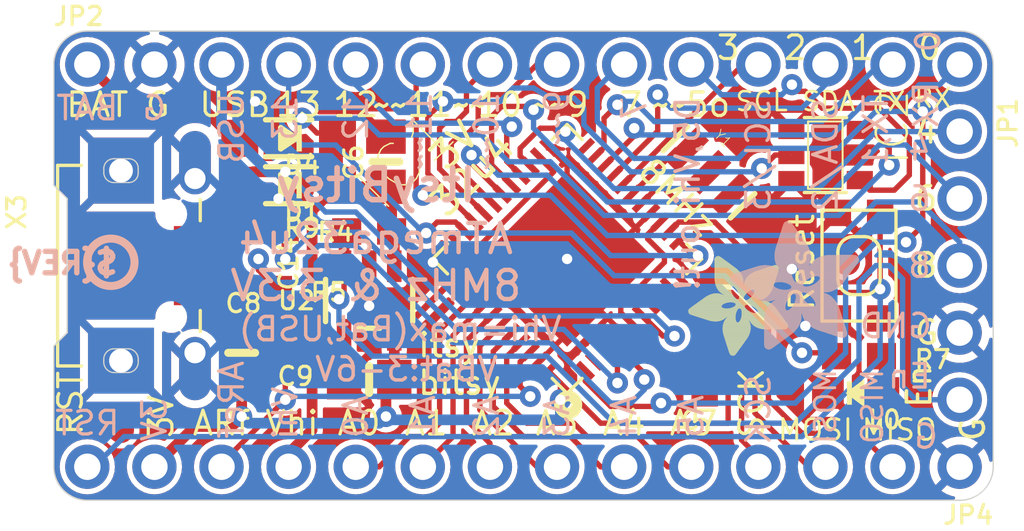
<source format=kicad_pcb>
(kicad_pcb (version 20221018) (generator pcbnew)
  (layers (0 "F.Cu" signal) (31 "B.Cu" signal) (34 "B.Paste" user) (35 "F.Paste" user) (36 "B.SilkS" user "B.Silkscreen") (37 "F.SilkS" user "F.Silkscreen") (38 "B.Mask" user) (39 "F.Mask" user) (44 "Edge.Cuts" user))
  (net 0 "")
  (net 1 "GND")
  (net 2 "D-")
  (net 3 "D+")
  (net 4 "MOSI")
  (net 5 "MISO")
  (net 6 "SCK")
  (net 7 "RST")
  (net 8 "N$11")
  (net 9 "N$12")
  (net 10 "A5")
  (net 11 "A4")
  (net 12 "A3")
  (net 13 "A2")
  (net 14 "A1")
  (net 15 "SDA")
  (net 16 "N$15")
  (net 17 "N$16")
  (net 18 "D1")
  (net 19 "D0")
  (net 20 "+3V3")
  (net 21 "VBUS")
  (net 22 "VBAT")
  (net 23 "N$2")
  (net 24 "AREF")
  (net 25 "A0")
  (net 26 "SCL")
  (net 27 "D4")
  (net 28 "D8")
  (net 29 "D7")
  (net 30 "EN")
  (net 31 "D5")
  (net 32 "D6")
  (net 33 "D10")
  (net 34 "D12")
  (net 35 "D13")
  (net 36 "D11")
  (net 37 "D9")
  (net 38 "VMAX")
  (net 39 "D5_OUT")
  (footprint "working:0805-NO" (layer "F.Cu") (at 143.2941 101.0666 90)
    (fp_text reference "C6")
    (fp_text value "10µF")
  )
  (footprint "working:CHIPLED_0805_NOOUTLINE" (layer "F.Cu") (at 161.0741 109.8296 90)
    (fp_text reference "L0")
    (fp_text value "RED")
  )
  (footprint "working:KMR2" (layer "F.Cu") (at 161.2011 105.0036 -90)
    (fp_text reference "SW1" hide)
    (fp_text value "SPST_TACT-KMR2" hide)
  )
  (footprint "working:1X05_ROUND" (layer "F.Cu") (at 165.0111 105.0036 -90)
    (fp_text reference "JP1")
    (fp_text value "")
  )
  (footprint "working:ADAFRUIT_3.5MM" (layer "F.Cu") (at 158.5341 104.6226 180)
    (fp_text reference "U$7" hide)
    (fp_text value "" hide)
  )
  (footprint "working:SOD-123" (layer "F.Cu") (at 139.6111 100.1776 180)
    (fp_text reference "D4")
    (fp_text value "MBR120")
  )
  (footprint "working:0603-NO" (layer "F.Cu") (at 142.6591 103.7082 180)
    (fp_text reference "R9")
    (fp_text value "100k")
  )
  (footprint "working:0805-NO" (layer "F.Cu") (at 142.6591 109.3216 180)
    (fp_text reference "C9")
    (fp_text value "10uF")
  )
  (footprint "working:1X14_ROUND70" (layer "F.Cu") (at 148.5011 112.6236 180)
    (fp_text reference "JP4")
    (fp_text value "")
  )
  (footprint "working:FIDUCIAL_1MM" (layer "F.Cu") (at 133.2611 111.2266 -90)
    (fp_text reference "U$34" hide)
    (fp_text value "FIDUCIAL\"\"" hide)
  )
  (footprint "working:0805-NO" (layer "F.Cu") (at 137.8331 108.3056 90)
    (fp_text reference "C8")
    (fp_text value "10µF")
  )
  (footprint "working:0603-NO" (layer "F.Cu") (at 139.4841 108.0516 90)
    (fp_text reference "C14")
    (fp_text value "1uF")
  )
  (footprint "working:0603-NO" (layer "F.Cu") (at 161.2011 108.4326)
    (fp_text reference "R7")
    (fp_text value "2.2K")
  )
  (footprint "working:SOT23-5" (layer "F.Cu") (at 159.9311 100.8126 -90)
    (fp_text reference "IC2")
    (fp_text value "74HCT1G125DBV")
  )
  (footprint "working:4UCONN_20329_V2" (layer "F.Cu") (at 135.1661 105.0036 -90)
    (fp_text reference "X3")
    (fp_text value "microUSB")
    (fp_line (start -4.05 2.15) (end -4.05 1.6) (stroke (width 0.05)) (layer "Edge.Cuts"))
    (fp_line (start -3.7 1.25) (end -3.5 1.25) (stroke (width 0.05)) (layer "Edge.Cuts"))
    (fp_line (start -3.5 2.55) (end -3.7 2.55) (stroke (width 0.05)) (layer "Edge.Cuts"))
    (fp_line (start -3.15 1.6) (end -3.15 2.15) (stroke (width 0.05)) (layer "Edge.Cuts"))
    (fp_line (start 3.15 2.2) (end 3.15 1.6) (stroke (width 0.05)) (layer "Edge.Cuts"))
    (fp_line (start 4.05 1.6) (end 4.05 2.2) (stroke (width 0.05)) (layer "Edge.Cuts"))
    (fp_arc (start -4.05 1.6) (mid -3.947487 1.352513) (end -3.7 1.25) (stroke (width 0.05)) (layer "Edge.Cuts"))
    (fp_arc (start -3.7 2.55) (mid -3.957843 2.422487) (end -4.05 2.15) (stroke (width 0.05)) (layer "Edge.Cuts"))
    (fp_arc (start -3.5 1.25) (mid -3.252513 1.352513) (end -3.15 1.6) (stroke (width 0.05)) (layer "Edge.Cuts"))
    (fp_arc (start -3.15 2.15) (mid -3.242157 2.422487) (end -3.5 2.55) (stroke (width 0.05)) (layer "Edge.Cuts"))
    (fp_arc (start 3.15 1.6) (mid 3.302513 1.331802) (end 3.6 1.25) (stroke (width 0.05)) (layer "Edge.Cuts"))
    (fp_arc (start 3.6 1.25) (mid 3.897487 1.331802) (end 4.05 1.6) (stroke (width 0.05)) (layer "Edge.Cuts"))
    (fp_arc (start 3.6 2.55) (mid 3.302513 2.468198) (end 3.15 2.2) (stroke (width 0.05)) (layer "Edge.Cuts"))
    (fp_arc (start 4.05 2.2) (mid 3.897487 2.468198) (end 3.6 2.55) (stroke (width 0.05)) (layer "Edge.Cuts"))
  )
  (footprint "working:RESONATOR-SMD" (layer "F.Cu") (at 155.523296 101.46301 -45)
    (fp_text reference "Y1")
    (fp_text value "8MHz")
  )
  (footprint "working:TQFN44_7MM" (layer "F.Cu") (at 150.1521 104.7496 45)
    (fp_text reference "IC1")
    (fp_text value "ATMEGA32U4-MU")
  )
  (footprint "working:0603-NO" (layer "F.Cu") (at 155.3591 108.9406 -90)
    (fp_text reference "C7")
    (fp_text value "1uF")
  )
  (footprint "working:0603-NO" (layer "F.Cu") (at 138.5951 103.6066)
    (fp_text reference "R4")
    (fp_text value "22")
  )
  (footprint "working:1X14_ROUND70" (layer "F.Cu") (at 148.5011 97.3836)
    (fp_text reference "JP2")
    (fp_text value "")
  )
  (footprint "working:SOD-123" (layer "F.Cu") (at 139.6111 101.9556 180)
    (fp_text reference "D1")
    (fp_text value "MBR120")
  )
  (footprint "working:SOT23-5" (layer "F.Cu") (at 142.6591 106.3244 180)
    (fp_text reference "U2")
    (fp_text value "MIC5225-3.3")
  )
  (footprint "working:FIDUCIAL_1MM" (layer "F.Cu") (at 160.7403 104.8696 -90)
    (fp_text reference "U$35" hide)
    (fp_text value "FIDUCIAL\"\"" hide)
  )
  (footprint "working:0603-NO" (layer "F.Cu") (at 138.3411 105.8926)
    (fp_text reference "R5")
    (fp_text value "22")
  )
  (footprint "working:ADAFRUIT_5MM" (layer "B.Cu") (at 161.2011 108.1786 180)
    (fp_text reference "U$4" hide)
    (fp_text value "" hide)
  )
  (footprint "working:PCBFEAT-REV-040" (layer "B.Cu") (at 132.8801 104.8766 180)
    (fp_text reference "U$2" hide)
    (fp_text value "" hide)
  )
  (gr_line (start 130.7211 101.9556) (end 131.2291 102.4636) (stroke (width 0.05)) (layer "Edge.Cuts"))
  (gr_line (start 130.7211 97.3836) (end 130.7211 101.9556) (stroke (width 0.05)) (layer "Edge.Cuts"))
  (gr_line (start 131.2291 102.4636) (end 131.2291 107.5436) (stroke (width 0.05)) (layer "Edge.Cuts"))
  (gr_arc (start 130.7211 97.3836) (mid 131.093074 96.485574) (end 131.9911 96.1136) (stroke (width 0.05)) (layer "Edge.Cuts"))
  (gr_line (start 131.9911 113.8936) (end 165.0111 113.8936) (stroke (width 0.05)) (layer "Edge.Cuts"))
  (gr_line (start 130.7211 108.0516) (end 130.7211 112.6236) (stroke (width 0.05)) (layer "Edge.Cuts"))
  (gr_line (start 131.2291 107.5436) (end 130.7211 108.0516) (stroke (width 0.05)) (layer "Edge.Cuts"))
  (gr_arc (start 166.2811 112.6236) (mid 165.909126 113.521626) (end 165.0111 113.8936) (stroke (width 0.05)) (layer "Edge.Cuts"))
  (gr_arc (start 165.0111 96.1136) (mid 165.909126 96.485574) (end 166.2811 97.3836) (stroke (width 0.05)) (layer "Edge.Cuts"))
  (gr_line (start 166.2811 112.6236) (end 166.2811 97.3836) (stroke (width 0.05)) (layer "Edge.Cuts"))
  (gr_arc (start 131.9911 113.8936) (mid 131.093074 113.521626) (end 130.7211 112.6236) (stroke (width 0.05)) (layer "Edge.Cuts"))
  (gr_line (start 165.0111 96.1136) (end 131.9911 96.1136) (stroke (width 0.05)) (layer "Edge.Cuts"))
  (gr_text "11~~" (at 144.5641 99.9236 -270) (layer "B.SilkS") (effects (font (size 0.89408 0.89408) (thickness 0.12192)) (justify mirror)))
  (gr_text "ATmega32u4\n8MHz & 3.3V" (at 142.9131 104.8766) (layer "B.SilkS") (effects (font (size 1.1049 1.1049) (thickness 0.1651)) (justify mirror)))
  (gr_text "SDA/2" (at 159.9311 100.8126 -270) (layer "B.SilkS") (effects (font (size 0.89408 0.89408) (thickness 0.12192)) (justify mirror)))
  (gr_text "SCL/3" (at 157.3911 100.8126 -270) (layer "B.SilkS") (effects (font (size 0.89408 0.89408) (thickness 0.12192)) (justify mirror)))
  (gr_text "A0" (at 142.1511 110.7186 -270) (layer "B.SilkS") (effects (font (size 0.89408 0.89408) (thickness 0.12192)) (justify mirror)))
  (gr_text "MOSI" (at 159.9311 110.3376 -270) (layer "B.SilkS") (effects (font (size 0.78232 0.78232) (thickness 0.10668)) (justify mirror)))
  (gr_text "TX,1" (at 161.8361 99.9236 -270) (layer "B.SilkS") (effects (font (size 0.89408 0.89408) (thickness 0.12192)) (justify mirror)))
  (gr_text "4" (at 163.4871 100.5586) (layer "B.SilkS") (effects (font (size 0.89408 0.89408) (thickness 0.12192)) (justify mirror)))
  (gr_text "ItsyBitsy" (at 142.9131 101.9556) (layer "B.SilkS") (effects (font (size 1.20904 1.20904) (thickness 0.21336)) (justify mirror)))
  (gr_text "A3" (at 149.7711 110.7186 -270) (layer "B.SilkS") (effects (font (size 0.89408 0.89408) (thickness 0.12192)) (justify mirror)))
  (gr_text "7" (at 152.6921 99.0346 -270) (layer "B.SilkS") (effects (font (size 0.89408 0.89408) (thickness 0.12192)) (justify mirror)))
  (gr_text "SCK" (at 157.3911 110.4646 -270) (layer "B.SilkS") (effects (font (size 0.89408 0.89408) (thickness 0.12192)) (justify mirror)))
  (gr_text "0" (at 163.7411 96.4946 -90) (layer "B.SilkS") (effects (font (size 0.89408 0.89408) (thickness 0.12192)) (justify mirror)))
  (gr_text "12" (at 142.1511 99.4156 -270) (layer "B.SilkS") (effects (font (size 0.89408 0.89408) (thickness 0.12192)) (justify mirror)))
  (gr_text "Vhi=max(Bat,USB)" (at 150.0251 107.9246) (layer "B.SilkS") (effects (font (size 0.88392 0.88392) (thickness 0.13208)) (justify left bottom mirror)))
  (gr_text "A4" (at 152.3111 110.7186 -270) (layer "B.SilkS") (effects (font (size 0.89408 0.89408) (thickness 0.12192)) (justify mirror)))
  (gr_text "A5" (at 154.8511 110.7186 -270) (layer "B.SilkS") (effects (font (size 0.89408 0.89408) (thickness 0.12192)) (justify mirror)))
  (gr_text "Vhi" (at 139.4841 110.5916 -270) (layer "B.SilkS") (effects (font (size 0.89408 0.89408) (thickness 0.12192)) (justify mirror)))
  (gr_text "G" (at 163.7411 111.4806) (layer "B.SilkS") (effects (font (size 0.89408 0.89408) (thickness 0.12192)) (justify mirror)))
  (gr_text "10~~" (at 147.1041 99.9236 -270) (layer "B.SilkS") (effects (font (size 0.89408 0.89408) (thickness 0.12192)) (justify mirror)))
  (gr_text "A2" (at 147.1041 110.7186 -270) (layer "B.SilkS") (effects (font (size 0.89408 0.89408) (thickness 0.12192)) (justify mirror)))
  (gr_text "6" (at 163.4871 102.4636) (layer "B.SilkS") (effects (font (size 0.89408 0.89408) (thickness 0.12192)) (justify mirror)))
  (gr_text "MISO" (at 161.7091 110.3376 -270) (layer "B.SilkS") (effects (font (size 0.78232 0.78232) (thickness 0.10668)) (justify mirror)))
  (gr_text "13" (at 139.4841 99.4156 -270) (layer "B.SilkS") (effects (font (size 0.89408 0.89408) (thickness 0.12192)) (justify mirror)))
  (gr_text "USB" (at 137.4521 99.7966 -270) (layer "B.SilkS") (effects (font (size 0.89408 0.89408) (thickness 0.12192)) (justify mirror)))
  (gr_text "RX" (at 163.7411 98.9076 -270) (layer "B.SilkS") (effects (font (size 0.89408 0.89408) (thickness 0.12192)) (justify mirror)))
  (gr_text "3V" (at 134.5311 110.8456 -270) (layer "B.SilkS") (effects (font (size 0.89408 0.89408) (thickness 0.12192)) (justify mirror)))
  (gr_text "A1" (at 144.6911 110.7186 -270) (layer "B.SilkS") (effects (font (size 0.89408 0.89408) (thickness 0.12192)) (justify mirror)))
  (gr_text "GND" (at 162.5981 107.2896) (layer "B.SilkS") (effects (font (size 0.89408 0.89408) (thickness 0.12192)) (justify mirror)))
  (gr_text "9~~" (at 149.7711 99.4156 -270) (layer "B.SilkS") (effects (font (size 0.89408 0.89408) (thickness 0.12192)) (justify mirror)))
  (gr_text "VBat:3-6V" (at 147.6121 109.4486) (layer "B.SilkS") (effects (font (size 0.88392 0.88392) (thickness 0.13208)) (justify left bottom mirror)))
  (gr_text "RST" (at 131.9911 110.9726) (layer "B.SilkS") (effects (font (size 0.89408 0.89408) (thickness 0.12192)) (justify mirror)))
  (gr_text "G" (at 134.5311 99.0346) (layer "B.SilkS") (effects (font (size 0.89408 0.89408) (thickness 0.12192)) (justify mirror)))
  (gr_text "D5,Vhi out!" (at 155.2321 98.5266 -270) (layer "B.SilkS") (effects (font (size 0.88392 0.88392) (thickness 0.13208)) (justify left bottom mirror)))
  (gr_text "8" (at 163.4871 105.0036) (layer "B.SilkS") (effects (font (size 0.89408 0.89408) (thickness 0.12192)) (justify mirror)))
  (gr_text "ARef" (at 137.4521 110.0836 -270) (layer "B.SilkS") (effects (font (size 0.89408 0.89408) (thickness 0.12192)) (justify mirror)))
  (gr_text "BAT" (at 131.9911 99.0346) (layer "B.SilkS") (effects (font (size 0.89408 0.89408) (thickness 0.12192)) (justify mirror)))
  (gr_text "En" (at 163.1061 109.1946) (layer "B.SilkS") (effects (font (size 0.89408 0.89408) (thickness 0.12192)) (justify mirror)))
  (gr_text "A2" (at 147.3581 110.9726) (layer "F.SilkS") (effects (font (size 0.89408 0.89408) (thickness 0.12192))))
  (gr_text "10" (at 147.6121 98.9076) (layer "F.SilkS") (effects (font (size 0.89408 0.89408) (thickness 0.12192))))
  (gr_text "3" (at 156.2481 96.7486) (layer "F.SilkS") (effects (font (size 0.89408 0.89408) (thickness 0.12192))))
  (gr_text "Vhi" (at 139.7381 110.9726) (layer "F.SilkS") (effects (font (size 0.89408 0.89408) (thickness 0.12192))))
  (gr_text "MISO" (at 162.7251 111.2266) (layer "F.SilkS") (effects (font (size 0.78232 0.78232) (thickness 0.10668))))
  (gr_text "itsy\nbitsy" (at 144.4371 109.9566) (layer "F.SilkS") (effects (font (size 0.88392 0.88392) (thickness 0.13208)) (justify left bottom)))
  (gr_text "G" (at 166.0271 111.7346 90) (layer "F.SilkS") (effects (font (size 0.88392 0.88392) (thickness 0.13208)) (justify left bottom)))
  (gr_text "A4" (at 152.3111 110.9726) (layer "F.SilkS") (effects (font (size 0.89408 0.89408) (thickness 0.12192))))
  (gr_text "SCL" (at 157.5181 98.7806) (layer "F.SilkS") (effects (font (size 0.715264 0.715264) (thickness 0.097536))))
  (gr_text "A5" (at 154.8511 110.9726) (layer "F.SilkS") (effects (font (size 0.89408 0.89408) (thickness 0.12192))))
  (gr_text "~~11" (at 144.3101 98.9076) (layer "F.SilkS") (effects (font (size 0.89408 0.89408) (thickness 0.12192))))
  (gr_text "3V" (at 134.7851 110.7186 90) (layer "F.SilkS") (effects (font (size 0.89408 0.89408) (thickness 0.12192))))
  (gr_text "8MHz" (at 155.9941 103.3526 315) (layer "F.SilkS") (effects (font (size 0.88392 0.88392) (thickness 0.13208)) (justify right top)))
  (gr_text "G" (at 163.2331 108.0516) (layer "F.SilkS") (effects (font (size 0.88392 0.88392) (thickness 0.13208)) (justify left bottom)))
  (gr_text "2" (at 158.7881 96.7486) (layer "F.SilkS") (effects (font (size 0.89408 0.89408) (thickness 0.12192))))
  (gr_text "12" (at 142.1511 98.9076) (layer "F.SilkS") (effects (font (size 0.89408 0.89408) (thickness 0.12192))))
  (gr_text "~~9" (at 149.8981 98.9076) (layer "F.SilkS") (effects (font (size 0.89408 0.89408) (thickness 0.12192))))
  (gr_text "6" (at 163.2331 102.9716) (layer "F.SilkS") (effects (font (size 0.88392 0.88392) (thickness 0.13208)) (justify left bottom)))
  (gr_text "TX" (at 162.3441 98.7806) (layer "F.SilkS") (effects (font (size 0.715264 0.715264) (thickness 0.097536))))
  (gr_text "13" (at 139.9921 98.9076) (layer "F.SilkS") (effects (font (size 0.89408 0.89408) (thickness 0.12192))))
  (gr_text "A0" (at 142.2781 110.9726) (layer "F.SilkS") (effects (font (size 0.89408 0.89408) (thickness 0.12192))))
  (gr_text "Reset" (at 159.0421 104.8766 90) (layer "F.SilkS") (effects (font (size 0.89408 0.89408) (thickness 0.12192))))
  (gr_text "0" (at 163.8681 96.7486) (layer "F.SilkS") (effects (font (size 0.89408 0.89408) (thickness 0.12192))))
  (gr_text "ARf" (at 137.0711 110.9726) (layer "F.SilkS") (effects (font (size 0.89408 0.89408) (thickness 0.12192))))
  (gr_text "~~5o" (at 154.8511 98.9076) (layer "F.SilkS") (effects (font (size 0.89408 0.89408) (thickness 0.12192))))
  (gr_text "~~" (at 146.4691 98.9076) (layer "F.SilkS") (effects (font (size 0.89408 0.89408) (thickness 0.12192))))
  (gr_text "4" (at 163.2331 100.4316) (layer "F.SilkS") (effects (font (size 0.88392 0.88392) (thickness 0.13208)) (justify left bottom)))
  (gr_text "3V" (at 145.5801 101.5746 45) (layer "F.SilkS") (effects (font (size 0.99441 0.99441) (thickness 0.14859)) (justify left bottom)))
  (gr_text "MOSI" (at 159.5501 111.2266) (layer "F.SilkS") (effects (font (size 0.78232 0.78232) (thickness 0.10668))))
  (gr_text "A1" (at 144.8181 110.9726) (layer "F.SilkS") (effects (font (size 0.89408 0.89408) (thickness 0.12192))))
  (gr_text "SCK" (at 157.1371 110.2106 90) (layer "F.SilkS") (effects (font (size 0.89408 0.89408) (thickness 0.12192))))
  (gr_text "32u4" (at 145.5801 103.3526 45) (layer "F.SilkS") (effects (font (size 0.99441 0.99441) (thickness 0.14859)) (justify left bottom)))
  (gr_text "En" (at 163.9951 110.4646 90) (layer "F.SilkS") (effects (font (size 0.88392 0.88392) (thickness 0.13208)) (justify left bottom)))
  (gr_text "1" (at 161.3281 96.7486) (layer "F.SilkS") (effects (font (size 0.89408 0.89408) (thickness 0.12192))))
  (gr_text "RST" (at 131.3561 110.2106 90) (layer "F.SilkS") (effects (font (size 0.89408 0.89408) (thickness 0.12192))))
  (gr_text "USB" (at 137.5791 98.9076) (layer "F.SilkS") (effects (font (size 0.89408 0.89408) (thickness 0.12192))))
  (gr_text "A3" (at 149.7711 110.9726) (layer "F.SilkS") (effects (font (size 0.89408 0.89408) (thickness 0.12192))))
  (gr_text "RX" (at 163.9951 98.6536) (layer "F.SilkS") (effects (font (size 0.715264 0.715264) (thickness 0.097536))))
  (gr_text "7" (at 152.5651 98.9076) (layer "F.SilkS") (effects (font (size 0.89408 0.89408) (thickness 0.12192))))
  (gr_text "G" (at 134.6581 98.9076) (layer "F.SilkS") (effects (font (size 0.89408 0.89408) (thickness 0.12192))))
  (gr_text "SDA" (at 160.0581 98.7806) (layer "F.SilkS") (effects (font (size 0.715264 0.715264) (thickness 0.097536))))
  (gr_text "BAT" (at 132.3721 98.9076) (layer "F.SilkS") (effects (font (size 0.89408 0.89408) (thickness 0.12192))))
  (gr_text "8" (at 163.2331 105.5116) (layer "F.SilkS") (effects (font (size 0.88392 0.88392) (thickness 0.13208)) (justify left bottom)))
  (segment (start 153.3164 102.999513) (end 151.566312 104.7496) (width 0.2032) (layer "F.Cu") (net 1))
  (segment (start 152.25574 107.56035) (end 150.1521 105.45671) (width 0.2032) (layer "F.Cu") (net 1))
  (segment (start 150.1521 105.45671) (end 150.1521 104.7496) (width 0.2032) (layer "F.Cu") (net 1))
  (segment (start 149.462668 100.524638) (end 150.1521 101.214069) (width 0.2032) (layer "F.Cu") (net 1))
  (segment (start 149.109115 108.621013) (end 150.1521 107.578029) (width 0.2032) (layer "F.Cu") (net 1))
  (segment (start 150.1521 107.578029) (end 150.1521 105.45671) (width 0.2032) (layer "F.Cu") (net 1))
  (segment (start 150.1521 101.214069) (end 150.1521 104.7496) (width 0.2032) (layer "F.Cu") (net 1))
  (segment (start 147.323671 104.7496) (end 150.1521 104.7496) (width 0.2032) (layer "F.Cu") (net 1))
  (segment (start 151.566312 104.7496) (end 150.1521 104.7496) (width 0.2032) (layer "F.Cu") (net 1))
  (segment (start 146.280687 105.792585) (end 147.323671 104.7496) (width 0.2032) (layer "F.Cu") (net 1))
  (via (at 142.6591 106.5276) (size 0.8001) (drill 0.3937) (layers "F.Cu" "B.Cu") (net 1))
  (via (at 145.0721 104.8766) (size 0.8001) (drill 0.3937) (layers "F.Cu" "B.Cu") (net 1))
  (via (at 139.2301 102.4636) (size 0.8001) (drill 0.3937) (layers "F.Cu" "B.Cu") (net 1))
  (via (at 159.1691 107.2896) (size 0.8001) (drill 0.3937) (layers "F.Cu" "B.Cu") (net 1))
  (via (at 158.6611 105.1306) (size 0.8001) (drill 0.3937) (layers "F.Cu" "B.Cu") (net 1))
  (via (at 150.1521 104.7496) (size 0.8001) (drill 0.3937) (layers "F.Cu" "B.Cu") (net 1))
  (via (at 138.3411 98.7806) (size 0.8001) (drill 0.3937) (layers "F.Cu" "B.Cu") (net 1))
  (segment (start 139.4451 103.6066) (end 139.4451 104.7106) (width 0.2032) (layer "F.Cu") (net 2))
  (segment (start 152.0571 109.4486) (end 152.0571 108.775922) (width 0.2032) (layer "F.Cu") (net 2))
  (segment (start 152.0571 108.775922) (end 151.548634 108.267457) (width 0.2032) (layer "F.Cu") (net 2))
  (segment (start 139.4451 104.7106) (end 139.4841 104.7496) (width 0.2032) (layer "F.Cu") (net 2))
  (via (at 139.4841 104.7496) (size 0.8001) (drill 0.3937) (layers "F.Cu" "B.Cu") (net 2))
  (via (at 152.0571 109.4486) (size 0.8001) (drill 0.3937) (layers "F.Cu" "B.Cu") (net 2))
  (segment (start 142.2781 103.7336) (end 145.9611 107.4166) (width 0.2032) (layer "B.Cu") (net 2))
  (segment (start 140.5001 103.7336) (end 142.2781 103.7336) (width 0.2032) (layer "B.Cu") (net 2))
  (segment (start 139.4841 104.7496) (end 140.5001 103.7336) (width 0.2032) (layer "B.Cu") (net 2))
  (segment (start 150.0251 107.4166) (end 152.0571 109.4486) (width 0.2032) (layer "B.Cu") (net 2))
  (segment (start 145.9611 107.4166) (end 150.0251 107.4166) (width 0.2032) (layer "B.Cu") (net 2))
  (segment (start 151.902187 107.913904) (end 153.0731 109.084816) (width 0.2032) (layer "F.Cu") (net 3))
  (segment (start 138.4681 104.7496) (end 138.4681 105.1696) (width 0.2032) (layer "F.Cu") (net 3))
  (segment (start 153.0731 109.084816) (end 153.0731 109.3216) (width 0.2032) (layer "F.Cu") (net 3))
  (segment (start 138.4681 105.1696) (end 139.1911 105.8926) (width 0.2032) (layer "F.Cu") (net 3))
  (via (at 138.4681 104.7496) (size 0.8001) (drill 0.3937) (layers "F.Cu" "B.Cu") (net 3))
  (via (at 153.0731 109.3216) (size 0.8001) (drill 0.3937) (layers "F.Cu" "B.Cu") (net 3))
  (segment (start 140.7541 104.2416) (end 142.1511 104.2416) (width 0.2032) (layer "B.Cu") (net 3))
  (segment (start 153.0731 109.7026) (end 153.0731 109.3216) (width 0.2032) (layer "B.Cu") (net 3))
  (segment (start 149.5171 107.9246) (end 151.8031 110.2106) (width 0.2032) (layer "B.Cu") (net 3))
  (segment (start 138.4681 104.8766) (end 138.4681 104.7496) (width 0.2032) (layer "B.Cu") (net 3))
  (segment (start 152.5651 110.2106) (end 153.0731 109.7026) (width 0.2032) (layer "B.Cu") (net 3))
  (segment (start 145.8341 107.9246) (end 149.5171 107.9246) (width 0.2032) (layer "B.Cu") (net 3))
  (segment (start 139.2301 105.6386) (end 139.9921 105.6386) (width 0.2032) (layer "B.Cu") (net 3))
  (segment (start 140.2461 105.3846) (end 140.2461 104.7496) (width 0.2032) (layer "B.Cu") (net 3))
  (segment (start 151.8031 110.2106) (end 152.5651 110.2106) (width 0.2032) (layer "B.Cu") (net 3))
  (segment (start 142.1511 104.2416) (end 145.8341 107.9246) (width 0.2032) (layer "B.Cu") (net 3))
  (segment (start 139.9921 105.6386) (end 140.2461 105.3846) (width 0.2032) (layer "B.Cu") (net 3))
  (segment (start 140.2461 104.7496) (end 140.7541 104.2416) (width 0.2032) (layer "B.Cu") (net 3))
  (segment (start 139.2301 105.6386) (end 138.4681 104.8766) (width 0.2032) (layer "B.Cu") (net 3))
  (segment (start 156.1211 106.5276) (end 157.2641 107.6706) (width 0.2032) (layer "F.Cu") (net 4))
  (segment (start 157.2641 110.5916) (end 159.2961 112.6236) (width 0.2032) (layer "F.Cu") (net 4))
  (segment (start 157.2641 107.6706) (end 157.2641 110.5916) (width 0.2032) (layer "F.Cu") (net 4))
  (segment (start 154.758525 106.5276) (end 156.1211 106.5276) (width 0.2032) (layer "F.Cu") (net 4))
  (segment (start 159.2961 112.6236) (end 159.9311 112.6236) (width 0.2032) (layer "F.Cu") (net 4))
  (segment (start 154.023509 105.792585) (end 154.758525 106.5276) (width 0.2032) (layer "F.Cu") (net 4))
  (segment (start 157.7721 110.0836) (end 159.0421 111.3536) (width 0.2032) (layer "F.Cu") (net 5))
  (segment (start 157.7721 107.4166) (end 157.7721 110.0836) (width 0.2032) (layer "F.Cu") (net 5))
  (segment (start 159.0421 111.3536) (end 161.2011 111.3536) (width 0.2032) (layer "F.Cu") (net 5))
  (segment (start 154.377062 105.439032) (end 154.957631 106.0196) (width 0.2032) (layer "F.Cu") (net 5))
  (segment (start 154.957631 106.0196) (end 156.3751 106.0196) (width 0.2032) (layer "F.Cu") (net 5))
  (segment (start 161.2011 111.3536) (end 162.4711 112.6236) (width 0.2032) (layer "F.Cu") (net 5))
  (segment (start 156.3751 106.0196) (end 157.7721 107.4166) (width 0.2032) (layer "F.Cu") (net 5))
  (segment (start 155.8671 107.0356) (end 156.7561 107.9246) (width 0.2032) (layer "F.Cu") (net 6))
  (segment (start 153.669953 106.146138) (end 154.559415 107.0356) (width 0.2032) (layer "F.Cu") (net 6))
  (segment (start 157.3911 112.2426) (end 157.3911 112.6236) (width 0.2032) (layer "F.Cu") (net 6))
  (segment (start 154.559415 107.0356) (end 155.8671 107.0356) (width 0.2032) (layer "F.Cu") (net 6))
  (segment (start 156.7561 107.9246) (end 156.7561 111.6076) (width 0.2032) (layer "F.Cu") (net 6))
  (segment (start 156.7561 111.6076) (end 157.3911 112.2426) (width 0.2032) (layer "F.Cu") (net 6))
  (segment (start 162.0011 105.9816) (end 162.0011 105.8926) (width 0.2032) (layer "F.Cu") (net 7))
  (segment (start 161.9631 106.0196) (end 162.0011 105.9816) (width 0.2032) (layer "F.Cu") (net 7))
  (segment (start 162.0011 107.0036) (end 162.0011 105.8926) (width 0.2032) (layer "F.Cu") (net 7))
  (segment (start 158.4071 106.0196) (end 161.9631 106.0196) (width 0.2032) (layer "F.Cu") (net 7))
  (segment (start 162.0011 103.0036) (end 162.0011 105.8926) (width 0.2032) (layer "F.Cu") (net 7))
  (segment (start 155.7401 103.3526) (end 158.4071 106.0196) (width 0.2032) (layer "F.Cu") (net 7))
  (segment (start 162.0011 107.2516) (end 162.0011 107.0036) (width 0.2032) (layer "F.Cu") (net 7))
  (segment (start 154.377528 103.3526) (end 155.7401 103.3526) (width 0.2032) (layer "F.Cu") (net 7))
  (segment (start 154.023509 103.706619) (end 154.377528 103.3526) (width 0.2032) (layer "F.Cu") (net 7))
  (via (at 162.0011 105.8926) (size 0.8001) (drill 0.3937) (layers "F.Cu" "B.Cu") (net 7))
  (segment (start 131.9911 112.6236) (end 132.2451 112.6236) (width 0.2032) (layer "B.Cu") (net 7))
  (segment (start 159.0421 111.4806) (end 162.0011 108.5216) (width 0.2032) (layer "B.Cu") (net 7))
  (segment (start 132.2451 112.6236) (end 133.3881 111.4806) (width 0.2032) (layer "B.Cu") (net 7))
  (segment (start 162.0011 108.5216) (end 162.0011 105.8926) (width 0.2032) (layer "B.Cu") (net 7))
  (segment (start 133.3881 111.4806) (end 159.0421 111.4806) (width 0.2032) (layer "B.Cu") (net 7))
  (segment (start 154.4701 102.7176) (end 155.8671 102.7176) (width 0.2032) (layer "F.Cu") (net 8))
  (segment (start 152.962846 102.64596) (end 153.526206 102.0826) (width 0.2032) (layer "F.Cu") (net 8))
  (segment (start 153.526206 102.0826) (end 153.8351 102.0826) (width 0.2032) (layer "F.Cu") (net 8))
  (segment (start 153.8351 102.0826) (end 154.4701 102.7176) (width 0.2032) (layer "F.Cu") (net 8))
  (segment (start 156.273159 102.311541) (end 156.371825 102.311541) (width 0.2032) (layer "F.Cu") (net 8))
  (segment (start 155.8671 102.7176) (end 156.273159 102.311541) (width 0.2032) (layer "F.Cu") (net 8))
  (segment (start 152.609293 102.292407) (end 154.287218 100.614482) (width 0.2032) (layer "F.Cu") (net 9))
  (segment (start 154.287218 100.614482) (end 154.674765 100.614482) (width 0.2032) (layer "F.Cu") (net 9))
  (segment (start 153.9621 112.6236) (end 154.8511 112.6236) (width 0.2032) (layer "F.Cu") (net 10))
  (segment (start 147.8661 110.2106) (end 148.6281 110.9726) (width 0.2032) (layer "F.Cu") (net 10))
  (segment (start 147.8661 108.449813) (end 147.8661 110.2106) (width 0.2032) (layer "F.Cu") (net 10))
  (segment (start 148.6281 110.9726) (end 150.4061 110.9726) (width 0.2032) (layer "F.Cu") (net 10))
  (segment (start 150.4061 110.9726) (end 150.9141 111.4806) (width 0.2032) (layer "F.Cu") (net 10))
  (segment (start 152.8191 111.4806) (end 153.9621 112.6236) (width 0.2032) (layer "F.Cu") (net 10))
  (segment (start 150.9141 111.4806) (end 152.8191 111.4806) (width 0.2032) (layer "F.Cu") (net 10))
  (segment (start 148.402009 107.913904) (end 147.8661 108.449813) (width 0.2032) (layer "F.Cu") (net 10))
  (segment (start 150.2791 111.4806) (end 151.4221 112.6236) (width 0.2032) (layer "F.Cu") (net 11))
  (segment (start 147.3581 110.3376) (end 148.5011 111.4806) (width 0.2032) (layer "F.Cu") (net 11))
  (segment (start 147.3581 108.250707) (end 147.3581 110.3376) (width 0.2032) (layer "F.Cu") (net 11))
  (segment (start 151.4221 112.6236) (end 152.3111 112.6236) (width 0.2032) (layer "F.Cu") (net 11))
  (segment (start 148.048456 107.56035) (end 147.3581 108.250707) (width 0.2032) (layer "F.Cu") (net 11))
  (segment (start 148.5011 111.4806) (end 150.2791 111.4806) (width 0.2032) (layer "F.Cu") (net 11))
  (segment (start 146.8501 110.4646) (end 149.0091 112.6236) (width 0.2032) (layer "F.Cu") (net 12))
  (segment (start 147.694903 107.206797) (end 146.8501 108.0516) (width 0.2032) (layer "F.Cu") (net 12))
  (segment (start 146.8501 108.0516) (end 146.8501 110.4646) (width 0.2032) (layer "F.Cu") (net 12))
  (segment (start 149.0091 112.6236) (end 149.7711 112.6236) (width 0.2032) (layer "F.Cu") (net 12))
  (segment (start 147.2311 111.7346) (end 147.2311 112.6236) (width 0.2032) (layer "F.Cu") (net 13))
  (segment (start 147.34135 106.853244) (end 146.3421 107.852494) (width 0.2032) (layer "F.Cu") (net 13))
  (segment (start 146.3421 110.8456) (end 147.2311 111.7346) (width 0.2032) (layer "F.Cu") (net 13))
  (segment (start 146.3421 107.852494) (end 146.3421 110.8456) (width 0.2032) (layer "F.Cu") (net 13))
  (segment (start 145.8341 107.653388) (end 145.8341 111.4806) (width 0.2032) (layer "F.Cu") (net 14))
  (segment (start 146.987796 106.499691) (end 145.8341 107.653388) (width 0.2032) (layer "F.Cu") (net 14))
  (segment (start 145.8341 111.4806) (end 144.6911 112.6236) (width 0.2032) (layer "F.Cu") (net 14))
  (segment (start 151.902187 101.5853) (end 153.5811 99.906388) (width 0.2032) (layer "F.Cu") (net 15))
  (segment (start 153.5811 99.906388) (end 153.5811 98.5266) (width 0.2032) (layer "F.Cu") (net 15))
  (via (at 153.5811 98.5266) (size 0.8001) (drill 0.3937) (layers "F.Cu" "B.Cu") (net 15))
  (segment (start 159.0421 99.0346) (end 159.9311 98.1456) (width 0.2032) (layer "B.Cu") (net 15))
  (segment (start 159.9311 98.1456) (end 159.9311 97.3836) (width 0.2032) (layer "B.Cu") (net 15))
  (segment (start 154.0891 99.0346) (end 159.0421 99.0346) (width 0.2032) (layer "B.Cu") (net 15))
  (segment (start 154.0891 99.0346) (end 153.5811 98.5266) (width 0.2032) (layer "B.Cu") (net 15))
  (segment (start 135.9411 105.0036) (end 136.8171 105.0036) (width 0.2032) (layer "F.Cu") (net 16))
  (segment (start 136.8171 105.0036) (end 137.4911 105.6776) (width 0.2032) (layer "F.Cu") (net 16))
  (segment (start 137.4911 105.6776) (end 137.4911 105.8926) (width 0.2032) (layer "F.Cu") (net 16))
  (segment (start 136.9981 104.3536) (end 137.7451 103.6066) (width 0.2032) (layer "F.Cu") (net 17))
  (segment (start 135.9411 104.3536) (end 136.9981 104.3536) (width 0.2032) (layer "F.Cu") (net 17))
  (segment (start 151.5491 99.4156) (end 152.0571 98.9076) (width 0.2032) (layer "F.Cu") (net 18))
  (segment (start 151.195081 100.878191) (end 151.5491 100.524172) (width 0.2032) (layer "F.Cu") (net 18))
  (segment (start 151.5491 100.524172) (end 151.5491 99.4156) (width 0.2032) (layer "F.Cu") (net 18))
  (via (at 152.0571 98.9076) (size 0.8001) (drill 0.3937) (layers "F.Cu" "B.Cu") (net 18))
  (segment (start 152.0571 98.9076) (end 152.0571 98.7806) (width 0.2032) (layer "B.Cu") (net 18))
  (segment (start 151.9301 98.7806) (end 152.0571 98.7806) (width 0.2032) (layer "B.Cu") (net 18))
  (segment (start 153.4541 99.5426) (end 159.8041 99.5426) (width 0.2032) (layer "B.Cu") (net 18))
  (segment (start 152.0571 98.7806) (end 152.6921 98.7806) (width 0.2032) (layer "B.Cu") (net 18))
  (segment (start 152.6921 98.7806) (end 153.4541 99.5426) (width 0.2032) (layer "B.Cu") (net 18))
  (segment (start 159.8041 99.5426) (end 161.9631 97.3836) (width 0.2032) (layer "B.Cu") (net 18))
  (segment (start 161.9631 97.3836) (end 162.4711 97.3836) (width 0.2032) (layer "B.Cu") (net 18))
  (segment (start 152.6921 100.088282) (end 152.6921 99.7966) (width 0.2032) (layer "F.Cu") (net 19))
  (segment (start 151.548634 101.231747) (end 152.6921 100.088282) (width 0.2032) (layer "F.Cu") (net 19))
  (via (at 152.6921 99.7966) (size 0.8001) (drill 0.3937) (layers "F.Cu" "B.Cu") (net 19))
  (segment (start 162.9791 98.6536) (end 163.4871 98.1456) (width 0.2032) (layer "B.Cu") (net 19))
  (segment (start 161.5821 98.6536) (end 162.9791 98.6536) (width 0.2032) (layer "B.Cu") (net 19))
  (segment (start 152.8191 100.0506) (end 152.6921 99.9236) (width 0.2032) (layer "B.Cu") (net 19))
  (segment (start 164.2491 98.1456) (end 165.0111 97.3836) (width 0.2032) (layer "B.Cu") (net 19))
  (segment (start 152.8191 100.0506) (end 160.1851 100.0506) (width 0.2032) (layer "B.Cu") (net 19))
  (segment (start 152.6921 99.9236) (end 152.6921 99.7966) (width 0.2032) (layer "B.Cu") (net 19))
  (segment (start 163.4871 98.1456) (end 164.2491 98.1456) (width 0.2032) (layer "B.Cu") (net 19))
  (segment (start 160.1851 100.0506) (end 161.5821 98.6536) (width 0.2032) (layer "B.Cu") (net 19))
  (segment (start 145.927134 105.439032) (end 145.927134 104.6226) (width 0.254) (layer "F.Cu") (net 20))
  (segment (start 155.0661 108.4716) (end 155.3591 108.1786) (width 0.2032) (layer "F.Cu") (net 20))
  (segment (start 153.2001 103.9876) (end 153.8351 104.6226) (width 0.2032) (layer "F.Cu") (net 20))
  (segment (start 149.462668 109.013169) (end 149.462668 108.974566) (width 0.2032) (layer "F.Cu") (net 20))
  (segment (start 143.741665 107.6245) (end 145.927134 105.439032) (width 0.254) (layer "F.Cu") (net 20))
  (segment (start 143.6091 107.6245) (end 143.741665 107.6245) (width 0.254) (layer "F.Cu") (net 20))
  (segment (start 153.8351 104.8766) (end 152.1841 106.5276) (width 0.2032) (layer "F.Cu") (net 20))
  (segment (start 153.3271 107.9246) (end 153.8741 108.4716) (width 0.2032) (layer "F.Cu") (net 20))
  (segment (start 155.9061 108.0906) (end 155.3591 108.0906) (width 0.2032) (layer "F.Cu") (net 20))
  (segment (start 156.2481 108.4326) (end 156.2481 110.9726) (width 0.2032) (layer "F.Cu") (net 20))
  (segment (start 153.8741 108.4716) (end 155.0661 108.4716) (width 0.2032) (layer "F.Cu") (net 20))
  (segment (start 149.6441 101.4476) (end 146.4691 104.6226) (width 0.2032) (layer "F.Cu") (net 20))
  (segment (start 136.0551 111.0996) (end 137.4521 111.0996) (width 0.4064) (layer "F.Cu") (net 20))
  (segment (start 149.8981 109.4486) (end 149.462668 109.013169) (width 0.2032) (layer "F.Cu") (net 20))
  (segment (start 145.927134 104.6226) (end 145.927134 104.060172) (width 0.254) (layer "F.Cu") (net 20))
  (segment (start 152.1841 106.781604) (end 152.609293 107.206797) (width 0.2032) (layer "F.Cu") (net 20))
  (segment (start 143.6091 109.3216) (end 143.6091 107.6245) (width 0.4064) (layer "F.Cu") (net 20))
  (segment (start 155.3591 108.1786) (end 155.3591 108.0906) (width 0.2032) (layer "F.Cu") (net 20))
  (segment (start 149.109115 100.912616) (end 149.6441 101.4476) (width 0.2032) (layer "F.Cu") (net 20))
  (segment (start 137.8331 110.7186) (end 137.8331 109.2556) (width 0.4064) (layer "F.Cu") (net 20))
  (segment (start 152.609293 107.206797) (end 153.327096 107.9246) (width 0.2032) (layer "F.Cu") (net 20))
  (segment (start 151.4221 110.9726) (end 149.8981 109.4486) (width 0.2032) (layer "F.Cu") (net 20))
  (segment (start 152.1841 106.5276) (end 152.1841 106.781604) (width 0.2032) (layer "F.Cu") (net 20))
  (segment (start 153.669953 103.353066) (end 153.2001 103.822919) (width 0.2032) (layer "F.Cu") (net 20))
  (segment (start 156.2481 110.9726) (end 151.4221 110.9726) (width 0.2032) (layer "F.Cu") (net 20))
  (segment (start 153.2001 103.822919) (end 153.2001 103.9876) (width 0.2032) (layer "F.Cu") (net 20))
  (segment (start 143.2941 109.6366) (end 143.2941 110.7186) (width 0.4064) (layer "F.Cu") (net 20))
  (segment (start 153.327096 107.9246) (end 153.3271 107.9246) (width 0.2032) (layer "F.Cu") (net 20))
  (segment (start 149.8981 110.0836) (end 149.8981 109.4486) (width 0.2032) (layer "F.Cu") (net 20))
  (segment (start 156.2481 108.4326) (end 155.9061 108.0906) (width 0.2032) (layer "F.Cu") (net 20))
  (segment (start 153.8351 104.6226) (end 153.8351 104.8766) (width 0.2032) (layer "F.Cu") (net 20))
  (segment (start 146.4691 104.6226) (end 145.927134 104.6226) (width 0.2032) (layer "F.Cu") (net 20))
  (segment (start 149.109115 100.878191) (end 149.109115 100.912616) (width 0.2032) (layer "F.Cu") (net 20))
  (segment (start 143.6091 109.3216) (end 143.2941 109.6366) (width 0.4064) (layer "F.Cu") (net 20))
  (segment (start 137.8331 110.7186) (end 137.4521 111.0996) (width 0.4064) (layer "F.Cu") (net 20))
  (segment (start 134.5311 112.6236) (end 136.0551 111.0996) (width 0.4064) (layer "F.Cu") (net 20))
  (via (at 149.8981 110.0836) (size 0.8001) (drill 0.3937) (layers "F.Cu" "B.Cu") (net 20))
  (via (at 143.2941 110.7186) (size 0.8001) (drill 0.3937) (layers "F.Cu" "B.Cu") (net 20))
  (via (at 137.8331 110.7186) (size 0.8001) (drill 0.3937) (layers "F.Cu" "B.Cu") (net 20))
  (segment (start 138.0871 110.9726) (end 137.8331 110.7186) (width 0.4064) (layer "B.Cu") (net 20))
  (segment (start 143.1671 110.8456) (end 143.0401 110.9726) (width 0.4064) (layer "B.Cu") (net 20))
  (segment (start 149.8981 110.8456) (end 149.8981 110.0836) (width 0.4064) (layer "B.Cu") (net 20))
  (segment (start 143.1671 110.8456) (end 149.8981 110.8456) (width 0.4064) (layer "B.Cu") (net 20))
  (segment (start 143.2941 110.7186) (end 143.1671 110.8456) (width 0.4064) (layer "B.Cu") (net 20))
  (segment (start 143.0401 110.9726) (end 138.0871 110.9726) (width 0.4064) (layer "B.Cu") (net 20))
  (segment (start 137.3801 102.3366) (end 137.7611 101.9556) (width 0.4064) (layer "F.Cu") (net 21))
  (segment (start 153.780203 107.6706) (end 154.2161 107.6706) (width 0.2032) (layer "F.Cu") (net 21))
  (segment (start 138.2691 101.4476) (end 139.4841 101.4476) (width 0.4064) (layer "F.Cu") (net 21))
  (segment (start 135.9411 103.5936) (end 137.1981 102.3366) (width 0.4064) (layer "F.Cu") (net 21))
  (segment (start 135.9411 103.7036) (end 135.9411 103.5936) (width 0.4064) (layer "F.Cu") (net 21))
  (segment (start 137.1981 102.3366) (end 137.3801 102.3366) (width 0.4064) (layer "F.Cu") (net 21))
  (segment (start 152.962846 106.853244) (end 153.780203 107.6706) (width 0.2032) (layer "F.Cu") (net 21))
  (segment (start 137.7611 101.9556) (end 138.2691 101.4476) (width 0.4064) (layer "F.Cu") (net 21))
  (via (at 139.4841 101.4476) (size 0.8001) (drill 0.3937) (layers "F.Cu" "B.Cu") (net 21))
  (via (at 154.2161 107.6706) (size 0.8001) (drill 0.3937) (layers "F.Cu" "B.Cu") (net 21))
  (segment (start 142.1511 102.9716) (end 141.0081 102.9716) (width 0.2032) (layer "B.Cu") (net 21))
  (segment (start 138.8491 101.4476) (end 139.4841 101.4476) (width 0.4064) (layer "B.Cu") (net 21))
  (segment (start 141.0081 102.9716) (end 139.4841 101.4476) (width 0.2032) (layer "B.Cu") (net 21))
  (segment (start 146.0881 106.9086) (end 153.4541 106.9086) (width 0.2032) (layer "B.Cu") (net 21))
  (segment (start 137.0711 99.6696) (end 138.8491 101.4476) (width 0.4064) (layer "B.Cu") (net 21))
  (segment (start 153.4541 106.9086) (end 154.2161 107.6706) (width 0.2032) (layer "B.Cu") (net 21))
  (segment (start 142.1511 102.9716) (end 146.0881 106.9086) (width 0.2032) (layer "B.Cu") (net 21))
  (segment (start 137.0711 99.6696) (end 137.0711 97.3836) (width 0.4064) (layer "B.Cu") (net 21))
  (segment (start 133.6421 99.0346) (end 131.9911 97.3836) (width 0.4064) (layer "F.Cu") (net 22))
  (segment (start 136.3641 99.0346) (end 137.5071 100.1776) (width 0.4064) (layer "F.Cu") (net 22))
  (segment (start 136.3641 99.0346) (end 133.6421 99.0346) (width 0.4064) (layer "F.Cu") (net 22))
  (segment (start 137.5071 100.1776) (end 137.7611 100.1776) (width 0.4064) (layer "F.Cu") (net 22))
  (segment (start 162.0511 109.7566) (end 162.1241 109.8296) (width 0.2032) (layer "F.Cu") (net 23))
  (segment (start 162.0511 108.4326) (end 162.0511 109.7566) (width 0.2032) (layer "F.Cu") (net 23))
  (segment (start 137.0711 112.6236) (end 137.0711 112.4966) (width 0.2032) (layer "F.Cu") (net 24))
  (segment (start 139.4841 108.9016) (end 139.4841 110.0836) (width 0.2032) (layer "F.Cu") (net 24))
  (segment (start 137.0711 112.4966) (end 139.4841 110.0836) (width 0.2032) (layer "F.Cu") (net 24))
  (segment (start 148.3741 108.648919) (end 148.3741 109.5756) (width 0.2032) (layer "F.Cu") (net 24))
  (segment (start 148.755562 108.267457) (end 148.3741 108.648919) (width 0.2032) (layer "F.Cu") (net 24))
  (segment (start 148.3741 109.5756) (end 148.7551 109.9566) (width 0.2032) (layer "F.Cu") (net 24))
  (via (at 148.7551 109.9566) (size 0.8001) (drill 0.3937) (layers "F.Cu" "B.Cu") (net 24))
  (via (at 139.4841 110.0836) (size 0.8001) (drill 0.3937) (layers "F.Cu" "B.Cu") (net 24))
  (segment (start 139.6111 109.9566) (end 139.4841 110.0836) (width 0.2032) (layer "B.Cu") (net 24))
  (segment (start 148.7551 109.9566) (end 139.6111 109.9566) (width 0.2032) (layer "B.Cu") (net 24))
  (segment (start 144.1831 111.4806) (end 143.0401 112.6236) (width 0.2032) (layer "F.Cu") (net 25))
  (segment (start 144.8181 111.4806) (end 144.1831 111.4806) (width 0.2032) (layer "F.Cu") (net 25))
  (segment (start 145.3261 110.9726) (end 144.8181 111.4806) (width 0.2032) (layer "F.Cu") (net 25))
  (segment (start 143.0401 112.6236) (end 142.1511 112.6236) (width 0.2032) (layer "F.Cu") (net 25))
  (segment (start 145.3261 107.454282) (end 145.3261 110.9726) (width 0.2032) (layer "F.Cu") (net 25))
  (segment (start 146.634243 106.146138) (end 145.3261 107.454282) (width 0.2032) (layer "F.Cu") (net 25))
  (segment (start 156.7561 97.3836) (end 156.810993 97.3836) (width 0.2032) (layer "F.Cu") (net 26))
  (segment (start 152.25574 101.938854) (end 156.810993 97.3836) (width 0.2032) (layer "F.Cu") (net 26))
  (segment (start 156.810993 97.3836) (end 157.3911 97.3836) (width 0.2032) (layer "F.Cu") (net 26))
  (segment (start 149.1361 99.7966) (end 149.6441 99.7966) (width 0.2032) (layer "F.Cu") (net 27))
  (segment (start 148.3741 100.5586) (end 149.1361 99.7966) (width 0.2032) (layer "F.Cu") (net 27))
  (segment (start 149.7711 99.9236) (end 150.0886 99.9236) (width 0.2032) (layer "F.Cu") (net 27))
  (segment (start 149.6441 99.7966) (end 149.7711 99.9236) (width 0.2032) (layer "F.Cu") (net 27))
  (segment (start 148.755562 101.231747) (end 148.3741 100.850285) (width 0.2032) (layer "F.Cu") (net 27))
  (segment (start 148.3741 100.850285) (end 148.3741 100.5586) (width 0.2032) (layer "F.Cu") (net 27))
  (via (at 150.0886 99.9236) (size 0.8001) (drill 0.3937) (layers "F.Cu" "B.Cu") (net 27))
  (segment (start 151.9301 102.0826) (end 150.0886 100.2411) (width 0.2032) (layer "B.Cu") (net 27))
  (segment (start 151.9301 102.0826) (end 159.6771 102.0826) (width 0.2032) (layer "B.Cu") (net 27))
  (segment (start 161.8361 99.9236) (end 165.0111 99.9236) (width 0.2032) (layer "B.Cu") (net 27))
  (segment (start 150.0886 100.2411) (end 150.0886 99.9236) (width 0.2032) (layer "B.Cu") (net 27))
  (segment (start 159.6771 102.0826) (end 161.8361 99.9236) (width 0.2032) (layer "B.Cu") (net 27))
  (segment (start 146.5326 101.130104) (end 146.5326 100.8126) (width 0.2032) (layer "F.Cu") (net 28))
  (segment (start 147.694903 102.292407) (end 146.5326 101.130104) (width 0.2032) (layer "F.Cu") (net 28))
  (via (at 146.5326 100.8126) (size 0.8001) (drill 0.3937) (layers "F.Cu" "B.Cu") (net 28))
  (segment (start 161.8361 102.5906) (end 163.4871 102.5906) (width 0.2032) (layer "B.Cu") (net 28))
  (segment (start 147.5486 101.5746) (end 149.3901 101.5746) (width 0.2032) (layer "B.Cu") (net 28))
  (segment (start 163.4871 102.5906) (end 165.0111 104.1146) (width 0.2032) (layer "B.Cu") (net 28))
  (segment (start 146.5326 100.8126) (end 146.7866 100.8126) (width 0.2032) (layer "B.Cu") (net 28))
  (segment (start 165.0111 104.1146) (end 165.0111 105.0036) (width 0.2032) (layer "B.Cu") (net 28))
  (segment (start 160.9471 103.4796) (end 161.8361 102.5906) (width 0.2032) (layer "B.Cu") (net 28))
  (segment (start 160.5661 103.8606) (end 160.9471 103.4796) (width 0.2032) (layer "B.Cu") (net 28))
  (segment (start 146.7866 100.8126) (end 147.5486 101.5746) (width 0.2032) (layer "B.Cu") (net 28))
  (segment (start 151.6761 103.8606) (end 160.5661 103.8606) (width 0.2032) (layer "B.Cu") (net 28))
  (segment (start 149.3901 101.5746) (end 151.6761 103.8606) (width 0.2032) (layer "B.Cu") (net 28))
  (segment (start 153.5811 110.3376) (end 153.7081 110.2106) (width 0.2032) (layer "F.Cu") (net 29))
  (segment (start 150.841528 109.376029) (end 150.841528 108.974566) (width 0.2032) (layer "F.Cu") (net 29))
  (segment (start 162.9791 104.1146) (end 163.6141 103.4796) (width 0.2032) (layer "F.Cu") (net 29))
  (segment (start 150.841528 109.376029) (end 151.8031 110.3376) (width 0.2032) (layer "F.Cu") (net 29))
  (segment (start 151.8031 110.3376) (end 153.5811 110.3376) (width 0.2032) (layer "F.Cu") (net 29))
  (segment (start 163.6141 103.4796) (end 163.6141 99.1616) (width 0.2032) (layer "F.Cu") (net 29))
  (via (at 163.6141 99.1616) (size 0.8001) (drill 0.3937) (layers "F.Cu" "B.Cu") (net 29))
  (via (at 162.9791 104.1146) (size 0.8001) (drill 0.3937) (layers "F.Cu" "B.Cu") (net 29))
  (via (at 153.7081 110.2106) (size 0.8001) (drill 0.3937) (layers "F.Cu" "B.Cu") (net 29))
  (segment (start 157.0101 100.5586) (end 160.4391 100.5586) (width 0.2032) (layer "B.Cu") (net 29))
  (segment (start 163.6141 99.1616) (end 161.8361 99.1616) (width 0.2032) (layer "B.Cu") (net 29))
  (segment (start 156.6291 100.9396) (end 157.0101 100.5586) (width 0.2032) (layer "B.Cu") (net 29))
  (segment (start 160.6931 105.2576) (end 161.8361 104.1146) (width 0.2032) (layer "B.Cu") (net 29))
  (segment (start 151.2951 99.5426) (end 152.6921 100.9396) (width 0.2032) (layer "B.Cu") (net 29))
  (segment (start 158.7881 110.2106) (end 160.6931 108.3056) (width 0.2032) (layer "B.Cu") (net 29))
  (segment (start 152.3111 97.3836) (end 152.3111 97.2566) (width 0.2032) (layer "B.Cu") (net 29))
  (segment (start 152.6921 100.9396) (end 156.6291 100.9396) (width 0.2032) (layer "B.Cu") (net 29))
  (segment (start 153.7081 110.2106) (end 158.7881 110.2106) (width 0.2032) (layer "B.Cu") (net 29))
  (segment (start 151.2951 98.2726) (end 151.2951 99.5426) (width 0.2032) (layer "B.Cu") (net 29))
  (segment (start 161.8361 104.1146) (end 162.9791 104.1146) (width 0.2032) (layer "B.Cu") (net 29))
  (segment (start 152.3111 97.2566) (end 151.2951 98.2726) (width 0.2032) (layer "B.Cu") (net 29))
  (segment (start 161.8361 99.1616) (end 160.4391 100.5586) (width 0.2032) (layer "B.Cu") (net 29))
  (segment (start 160.6931 108.3056) (end 160.6931 105.2576) (width 0.2032) (layer "B.Cu") (net 29))
  (segment (start 141.7091 106.0806) (end 141.5161 106.2736) (width 0.2032) (layer "F.Cu") (net 30))
  (segment (start 141.7091 105.0243) (end 141.7091 106.0806) (width 0.2032) (layer "F.Cu") (net 30))
  (segment (start 141.7091 105.0243) (end 141.7091 103.8082) (width 0.4064) (layer "F.Cu") (net 30))
  (segment (start 141.7091 103.8082) (end 141.8091 103.7082) (width 0.4064) (layer "F.Cu") (net 30))
  (via (at 141.5161 106.2736) (size 0.8001) (drill 0.3937) (layers "F.Cu" "B.Cu") (net 30))
  (segment (start 141.5161 107.1626) (end 142.7861 108.4326) (width 0.2032) (layer "B.Cu") (net 30))
  (segment (start 158.7881 110.9726) (end 161.2011 108.5596) (width 0.2032) (layer "B.Cu") (net 30))
  (segment (start 162.8521 105.5116) (end 162.8521 109.5756) (width 0.2032) (layer "B.Cu") (net 30))
  (segment (start 161.2011 105.6386) (end 161.8361 105.0036) (width 0.2032) (layer "B.Cu") (net 30))
  (segment (start 162.8521 109.5756) (end 163.3601 110.0836) (width 0.2032) (layer "B.Cu") (net 30))
  (segment (start 141.5161 106.2736) (end 141.5161 107.1626) (width 0.2032) (layer "B.Cu") (net 30))
  (segment (start 151.9301 110.9726) (end 158.7881 110.9726) (width 0.2032) (layer "B.Cu") (net 30))
  (segment (start 161.8361 105.0036) (end 162.3441 105.0036) (width 0.2032) (layer "B.Cu") (net 30))
  (segment (start 149.3901 108.4326) (end 151.9301 110.9726) (width 0.2032) (layer "B.Cu") (net 30))
  (segment (start 162.3441 105.0036) (end 162.8521 105.5116) (width 0.2032) (layer "B.Cu") (net 30))
  (segment (start 142.7861 108.4326) (end 149.3901 108.4326) (width 0.2032) (layer "B.Cu") (net 30))
  (segment (start 161.2011 108.5596) (end 161.2011 105.6386) (width 0.2032) (layer "B.Cu") (net 30))
  (segment (start 163.3601 110.0836) (end 165.0111 110.0836) (width 0.2032) (layer "B.Cu") (net 30))
  (segment (start 144.8816 99.3521) (end 145.4531 98.7806) (width 0.2032) (layer "F.Cu") (net 31))
  (segment (start 158.0261 100.8126) (end 157.5181 101.3206) (width 0.2032) (layer "F.Cu") (net 31))
  (segment (start 145.5801 102.298922) (end 145.5801 102.2096) (width 0.2032) (layer "F.Cu") (net 31))
  (segment (start 144.8816 101.5111) (end 144.8816 99.3521) (width 0.2032) (layer "F.Cu") (net 31))
  (segment (start 145.5801 102.2096) (end 144.8816 101.5111) (width 0.2032) (layer "F.Cu") (net 31))
  (segment (start 146.634243 103.353066) (end 145.5801 102.298922) (width 0.2032) (layer "F.Cu") (net 31))
  (segment (start 158.6411 100.8126) (end 158.0261 100.8126) (width 0.2032) (layer "F.Cu") (net 31))
  (via (at 145.4531 98.7806) (size 0.8001) (drill 0.3937) (layers "F.Cu" "B.Cu") (net 31))
  (via (at 157.5181 101.3206) (size 0.8001) (drill 0.3937) (layers "F.Cu" "B.Cu") (net 31))
  (segment (start 150.7871 99.0346) (end 150.7871 99.6696) (width 0.2032) (layer "B.Cu") (net 31))
  (segment (start 148.8821 98.2726) (end 148.1201 98.2726) (width 0.2032) (layer "B.Cu") (net 31))
  (segment (start 147.6121 98.7806) (end 145.4531 98.7806) (width 0.2032) (layer "B.Cu") (net 31))
  (segment (start 157.3911 101.4476) (end 157.5181 101.3206) (width 0.2032) (layer "B.Cu") (net 31))
  (segment (start 149.5171 98.6536) (end 148.8821 98.2726) (width 0.2032) (layer "B.Cu") (net 31))
  (segment (start 152.5651 101.4476) (end 157.3911 101.4476) (width 0.2032) (layer "B.Cu") (net 31))
  (segment (start 150.4061 98.6536) (end 150.7871 99.0346) (width 0.2032) (layer "B.Cu") (net 31))
  (segment (start 148.1201 98.2726) (end 147.6121 98.7806) (width 0.2032) (layer "B.Cu") (net 31))
  (segment (start 150.7871 99.6696) (end 152.5651 101.4476) (width 0.2032) (layer "B.Cu") (net 31))
  (segment (start 150.4061 98.6536) (end 149.5171 98.6536) (width 0.2032) (layer "B.Cu") (net 31))
  (segment (start 147.6756 98.9711) (end 148.8186 98.9711) (width 0.2032) (layer "F.Cu") (net 32))
  (segment (start 147.2946 99.3521) (end 147.6756 98.9711) (width 0.2032) (layer "F.Cu") (net 32))
  (segment (start 147.2946 101.184997) (end 147.2946 99.3521) (width 0.2032) (layer "F.Cu") (net 32))
  (segment (start 148.8821 99.0346) (end 148.8821 99.0981) (width 0.2032) (layer "F.Cu") (net 32))
  (segment (start 148.8186 98.9711) (end 148.8821 99.0346) (width 0.2032) (layer "F.Cu") (net 32))
  (segment (start 147.2946 101.184997) (end 148.048456 101.938854) (width 0.2032) (layer "F.Cu") (net 32))
  (via (at 148.8821 99.0981) (size 0.8001) (drill 0.3937) (layers "F.Cu" "B.Cu") (net 32))
  (segment (start 148.8821 99.7966) (end 151.6761 102.5906) (width 0.2032) (layer "B.Cu") (net 32))
  (segment (start 151.6761 102.5906) (end 159.8041 102.5906) (width 0.2032) (layer "B.Cu") (net 32))
  (segment (start 161.9631 100.4316) (end 162.9791 100.4316) (width 0.2032) (layer "B.Cu") (net 32))
  (segment (start 162.9791 100.4316) (end 165.0111 102.4636) (width 0.2032) (layer "B.Cu") (net 32))
  (segment (start 159.8041 102.5906) (end 161.9631 100.4316) (width 0.2032) (layer "B.Cu") (net 32))
  (segment (start 148.8821 99.0981) (end 148.8821 99.7966) (width 0.2032) (layer "B.Cu") (net 32))
  (segment (start 145.3261 101.337816) (end 145.3261 99.7966) (width 0.2032) (layer "F.Cu") (net 33))
  (segment (start 145.5801 99.5426) (end 145.9611 99.5426) (width 0.2032) (layer "F.Cu") (net 33))
  (segment (start 146.3421 98.2726) (end 147.2311 97.3836) (width 0.2032) (layer "F.Cu") (net 33))
  (segment (start 145.3261 99.7966) (end 145.5801 99.5426) (width 0.2032) (layer "F.Cu") (net 33))
  (segment (start 146.987796 102.999513) (end 145.3261 101.337816) (width 0.2032) (layer "F.Cu") (net 33))
  (segment (start 146.3421 99.1616) (end 146.3421 98.2726) (width 0.2032) (layer "F.Cu") (net 33))
  (segment (start 145.9611 99.5426) (end 146.3421 99.1616) (width 0.2032) (layer "F.Cu") (net 33))
  (segment (start 148.402009 101.5853) (end 147.8661 101.049391) (width 0.2032) (layer "F.Cu") (net 34))
  (segment (start 147.8661 99.9236) (end 148.0566 99.7331) (width 0.2032) (layer "F.Cu") (net 34))
  (segment (start 147.8661 101.049391) (end 147.8661 99.9236) (width 0.2032) (layer "F.Cu") (net 34))
  (via (at 148.0566 99.7331) (size 0.8001) (drill 0.3937) (layers "F.Cu" "B.Cu") (net 34))
  (segment (start 148.0566 99.7331) (end 147.9296 99.6061) (width 0.2032) (layer "B.Cu") (net 34))
  (segment (start 142.1511 98.1456) (end 142.1511 97.3836) (width 0.2032) (layer "B.Cu") (net 34))
  (segment (start 147.9296 99.6061) (end 143.6116 99.6061) (width 0.2032) (layer "B.Cu") (net 34))
  (segment (start 142.1511 97.5106) (end 142.1511 97.3836) (width 0.2032) (layer "B.Cu") (net 34))
  (segment (start 143.6116 99.6061) (end 142.1511 98.1456) (width 0.2032) (layer "B.Cu") (net 34))
  (segment (start 144.8181 103.768032) (end 145.233531 103.3526) (width 0.2032) (layer "F.Cu") (net 35))
  (segment (start 145.233531 103.3526) (end 145.926668 103.3526) (width 0.2032) (layer "F.Cu") (net 35))
  (segment (start 160.2241 108.3056) (end 159.0421 108.3056) (width 0.2032) (layer "F.Cu") (net 35))
  (segment (start 160.3511 108.4326) (end 160.2241 108.3056) (width 0.2032) (layer "F.Cu") (net 35))
  (segment (start 146.280687 103.706619) (end 145.926668 103.3526) (width 0.2032) (layer "F.Cu") (net 35))
  (via (at 144.8181 103.768032) (size 0.8001) (drill 0.3937) (layers "F.Cu" "B.Cu") (net 35))
  (via (at 159.0421 108.3056) (size 0.8001) (drill 0.3937) (layers "F.Cu" "B.Cu") (net 35))
  (segment (start 144.725531 103.768032) (end 144.8181 103.768032) (width 0.2032) (layer "B.Cu") (net 35))
  (segment (start 141.3891 100.4316) (end 140.1191 100.4316) (width 0.2032) (layer "B.Cu") (net 35))
  (segment (start 139.3571 98.9076) (end 139.6111 98.6536) (width 0.2032) (layer "B.Cu") (net 35))
  (segment (start 151.9301 105.3846) (end 156.1211 105.3846) (width 0.2032) (layer "B.Cu") (net 35))
  (segment (start 151.9301 105.3846) (end 150.313531 103.768032) (width 0.2032) (layer "B.Cu") (net 35))
  (segment (start 150.313531 103.768032) (end 144.8181 103.768032) (width 0.2032) (layer "B.Cu") (net 35))
  (segment (start 140.1191 100.4316) (end 139.3571 99.6696) (width 0.2032) (layer "B.Cu") (net 35))
  (segment (start 139.6111 98.6536) (end 139.6111 97.3836) (width 0.2032) (layer "B.Cu") (net 35))
  (segment (start 139.3571 99.6696) (end 139.3571 98.9076) (width 0.2032) (layer "B.Cu") (net 35))
  (segment (start 141.3891 100.4316) (end 144.725531 103.768032) (width 0.2032) (layer "B.Cu") (net 35))
  (segment (start 156.1211 105.3846) (end 159.0421 108.3056) (width 0.2032) (layer "B.Cu") (net 35))
  (segment (start 144.4371 102.0826) (end 144.4371 97.6376) (width 0.2032) (layer "F.Cu") (net 36))
  (segment (start 154.93949 104.6226) (end 155.1051 104.6226) (width 0.2032) (layer "F.Cu") (net 36))
  (segment (start 144.6911 102.3366) (end 144.4371 102.0826) (width 0.2032) (layer "F.Cu") (net 36))
  (segment (start 154.377062 104.060172) (end 154.93949 104.6226) (width 0.2032) (layer "F.Cu") (net 36))
  (segment (start 144.4371 97.6376) (end 144.6911 97.3836) (width 0.2032) (layer "F.Cu") (net 36))
  (via (at 144.6911 102.3366) (size 0.8001) (drill 0.3937) (layers "F.Cu" "B.Cu") (net 36))
  (via (at 155.1051 104.6226) (size 0.8001) (drill 0.3937) (layers "F.Cu" "B.Cu") (net 36))
  (segment (start 151.8031 104.6226) (end 155.1051 104.6226) (width 0.2032) (layer "B.Cu") (net 36))
  (segment (start 149.5171 102.3366) (end 144.6911 102.3366) (width 0.2032) (layer "B.Cu") (net 36))
  (segment (start 151.8031 104.6226) (end 149.5171 102.3366) (width 0.2032) (layer "B.Cu") (net 36))
  (segment (start 149.0091 97.3836) (end 149.7711 97.3836) (width 0.2032) (layer "F.Cu") (net 37))
  (segment (start 146.7866 98.9711) (end 147.2311 98.5266) (width 0.2032) (layer "F.Cu") (net 37))
  (segment (start 145.7706 100.3681) (end 146.0881 100.0506) (width 0.2032) (layer "F.Cu") (net 37))
  (segment (start 147.8661 98.5266) (end 149.0091 97.3836) (width 0.2032) (layer "F.Cu") (net 37))
  (segment (start 147.2311 98.5266) (end 147.8661 98.5266) (width 0.2032) (layer "F.Cu") (net 37))
  (segment (start 146.3421 100.0506) (end 146.7866 99.6061) (width 0.2032) (layer "F.Cu") (net 37))
  (segment (start 145.7706 101.07521) (end 145.7706 100.3681) (width 0.2032) (layer "F.Cu") (net 37))
  (segment (start 146.7866 99.6061) (end 146.7866 98.9711) (width 0.2032) (layer "F.Cu") (net 37))
  (segment (start 147.34135 102.64596) (end 145.7706 101.07521) (width 0.2032) (layer "F.Cu") (net 37))
  (segment (start 146.0881 100.0506) (end 146.3421 100.0506) (width 0.2032) (layer "F.Cu") (net 37))
  (segment (start 139.6111 112.1156) (end 139.6111 112.6236) (width 0.4064) (layer "F.Cu") (net 38))
  (segment (start 140.6821 99.9786) (end 140.1191 99.4156) (width 0.2032) (layer "F.Cu") (net 38))
  (segment (start 140.5001 111.2266) (end 139.6111 112.1156) (width 0.4064) (layer "F.Cu") (net 38))
  (segment (start 143.6091 105.0243) (end 143.6091 103.8082) (width 0.4064) (layer "F.Cu") (net 38))
  (segment (start 141.5221 102.0166) (end 141.4611 101.9556) (width 0.4064) (layer "F.Cu") (net 38))
  (segment (start 162.3441 100.5586) (end 161.6481 99.8626) (width 0.2032) (layer "F.Cu") (net 38))
  (segment (start 162.3441 100.5586) (end 162.3441 101.1936) (width 0.2032) (layer "F.Cu") (net 38))
  (segment (start 141.4611 100.1776) (end 141.4611 101.9556) (width 0.4064) (layer "F.Cu") (net 38))
  (segment (start 143.5091 102.2316) (end 143.2941 102.0166) (width 0.4064) (layer "F.Cu") (net 38))
  (segment (start 143.5091 103.7082) (end 143.5091 102.2316) (width 0.4064) (layer "F.Cu") (net 38))
  (segment (start 141.4611 100.1776) (end 141.4611 99.9786) (width 0.4064) (layer "F.Cu") (net 38))
  (segment (start 143.2941 102.0166) (end 141.5221 102.0166) (width 0.4064) (layer "F.Cu") (net 38))
  (segment (start 143.6091 103.8082) (end 143.5091 103.7082) (width 0.4064) (layer "F.Cu") (net 38))
  (segment (start 161.6481 99.8626) (end 161.2311 99.8626) (width 0.2032) (layer "F.Cu") (net 38))
  (segment (start 140.5001 102.9166) (end 141.4611 101.9556) (width 0.4064) (layer "F.Cu") (net 38))
  (segment (start 140.5001 102.9166) (end 140.5001 111.2266) (width 0.4064) (layer "F.Cu") (net 38))
  (segment (start 141.4611 99.9786) (end 140.6821 99.9786) (width 0.2032) (layer "F.Cu") (net 38))
  (via (at 140.1191 99.4156) (size 0.8001) (drill 0.3937) (layers "F.Cu" "B.Cu") (net 38))
  (via (at 162.3441 101.1936) (size 0.8001) (drill 0.3937) (layers "F.Cu" "B.Cu") (net 38))
  (segment (start 142.4051 99.4156) (end 140.1191 99.4156) (width 0.2032) (layer "B.Cu") (net 38))
  (segment (start 146.9136 100.0506) (end 147.9296 101.0666) (width 0.2032) (layer "B.Cu") (net 38))
  (segment (start 147.9296 101.0666) (end 149.5171 101.0666) (width 0.2032) (layer "B.Cu") (net 38))
  (segment (start 149.5171 101.0666) (end 151.5491 103.0986) (width 0.2032) (layer "B.Cu") (net 38))
  (segment (start 160.4391 103.0986) (end 162.3441 101.1936) (width 0.2032) (layer "B.Cu") (net 38))
  (segment (start 151.5491 103.0986) (end 160.4391 103.0986) (width 0.2032) (layer "B.Cu") (net 38))
  (segment (start 146.9136 100.0506) (end 143.0401 100.0506) (width 0.2032) (layer "B.Cu") (net 38))
  (segment (start 143.0401 100.0506) (end 142.4051 99.4156) (width 0.2032) (layer "B.Cu") (net 38))
  (segment (start 162.5371 102.1436) (end 163.1061 101.5746) (width 0.2032) (layer "F.Cu") (net 39))
  (segment (start 163.1061 100.1776) (end 161.9631 99.0346) (width 0.2032) (layer "F.Cu") (net 39))
  (segment (start 161.9631 99.0346) (end 159.8041 99.0346) (width 0.2032) (layer "F.Cu") (net 39))
  (segment (start 162.5371 102.1436) (end 161.6121 102.1436) (width 0.2032) (layer "F.Cu") (net 39))
  (segment (start 159.1691 98.3996) (end 158.9151 98.3996) (width 0.2032) (layer "F.Cu") (net 39))
  (segment (start 163.1061 101.5746) (end 163.1061 100.1776) (width 0.2032) (layer "F.Cu") (net 39))
  (segment (start 158.9151 98.3996) (end 158.6611 98.1456) (width 0.2032) (layer "F.Cu") (net 39))
  (segment (start 161.6121 102.1436) (end 161.2311 101.7626) (width 0.2032) (layer "F.Cu") (net 39))
  (segment (start 159.8041 99.0346) (end 159.1691 98.3996) (width 0.2032) (layer "F.Cu") (net 39))
  (via (at 158.6611 98.1456) (size 0.8001) (drill 0.3937) (layers "F.Cu" "B.Cu") (net 39))
  (segment (start 155.9941 98.5266) (end 158.2801 98.5266) (width 0.2032) (layer "B.Cu") (net 39))
  (segment (start 158.2801 98.5266) (end 158.6611 98.1456) (width 0.2032) (layer "B.Cu") (net 39))
  (segment (start 154.8511 97.3836) (end 155.9941 98.5266) (width 0.2032) (layer "B.Cu") (net 39))
  (zone (net 1) (net_name "GND") (layer "F.Cu") (priority 6) (connect_pads (clearance 0.000001)) (min_thickness 0.127) (fill yes (thermal_gap 0.304) (thermal_bridge_width 0.304))
    (polygon (pts (xy 166.4081 114.0206) (xy 130.5941 114.0206) (xy 130.5941 95.9866) (xy 166.4081 95.9866)))
  )
  (zone (net 1) (net_name "GND") (layer "B.Cu") (priority 6) (connect_pads (clearance 0.000001)) (min_thickness 0.127) (fill yes (thermal_gap 0.304) (thermal_bridge_width 0.304))
    (polygon (pts (xy 166.4081 114.0206) (xy 130.5941 114.0206) (xy 130.5941 95.9866) (xy 166.4081 95.9866)))
  )
)
</source>
